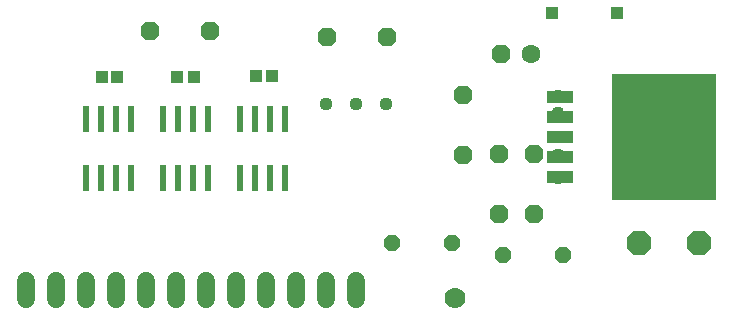
<source format=gtl>
G75*
%MOIN*%
%OFA0B0*%
%FSLAX24Y24*%
%IPPOS*%
%LPD*%
%AMOC8*
5,1,8,0,0,1.08239X$1,22.5*
%
%ADD10C,0.0440*%
%ADD11R,0.3500X0.4200*%
%ADD12R,0.0900X0.0420*%
%ADD13C,0.0630*%
%ADD14OC8,0.0630*%
%ADD15OC8,0.0520*%
%ADD16OC8,0.0825*%
%ADD17R,0.0240X0.0900*%
%ADD18C,0.0600*%
%ADD19C,0.0700*%
%ADD20C,0.0436*%
%ADD21R,0.0396X0.0396*%
D10*
X033141Y021287D03*
X034141Y021287D03*
X035141Y021287D03*
D11*
X044417Y020185D03*
D12*
X040967Y020185D03*
X040967Y020855D03*
X040967Y021525D03*
X040967Y019515D03*
X040967Y018845D03*
D13*
X039996Y022941D03*
D14*
X038996Y022941D03*
X037724Y021578D03*
X035181Y023531D03*
X033181Y023531D03*
X029275Y023728D03*
X027275Y023728D03*
X037724Y019578D03*
X038905Y019610D03*
X040086Y019610D03*
X040086Y017610D03*
X038905Y017610D03*
D15*
X037346Y016641D03*
X039047Y016248D03*
X041047Y016248D03*
X035346Y016641D03*
D16*
X043574Y016641D03*
X045574Y016641D03*
D17*
X031781Y018801D03*
X031281Y018801D03*
X030781Y018801D03*
X030281Y018801D03*
X029222Y018801D03*
X028722Y018801D03*
X028222Y018801D03*
X027722Y018801D03*
X026663Y018801D03*
X026163Y018801D03*
X025663Y018801D03*
X025163Y018801D03*
X025163Y020781D03*
X025663Y020781D03*
X026163Y020781D03*
X026663Y020781D03*
X027722Y020781D03*
X028222Y020781D03*
X028722Y020781D03*
X029222Y020781D03*
X030281Y020781D03*
X030781Y020781D03*
X031281Y020781D03*
X031781Y020781D03*
D18*
X023169Y015367D02*
X023169Y014767D01*
X024169Y014767D02*
X024169Y015367D01*
X025169Y015367D02*
X025169Y014767D01*
X026169Y014767D02*
X026169Y015367D01*
X027169Y015367D02*
X027169Y014767D01*
X028169Y014767D02*
X028169Y015367D01*
X029169Y015367D02*
X029169Y014767D01*
X030169Y014767D02*
X030169Y015367D01*
X031169Y015367D02*
X031169Y014767D01*
X032169Y014767D02*
X032169Y015367D01*
X033169Y015367D02*
X033169Y014767D01*
X034169Y014767D02*
X034169Y015367D01*
D19*
X037448Y014830D03*
D20*
X040874Y018807D03*
X040874Y019594D03*
X040874Y020185D03*
X040874Y020972D03*
X040874Y021563D03*
D21*
X040677Y024319D03*
X042842Y024319D03*
X031346Y022232D03*
X030834Y022232D03*
X028748Y022193D03*
X028196Y022193D03*
X026189Y022193D03*
X025677Y022193D03*
M02*

</source>
